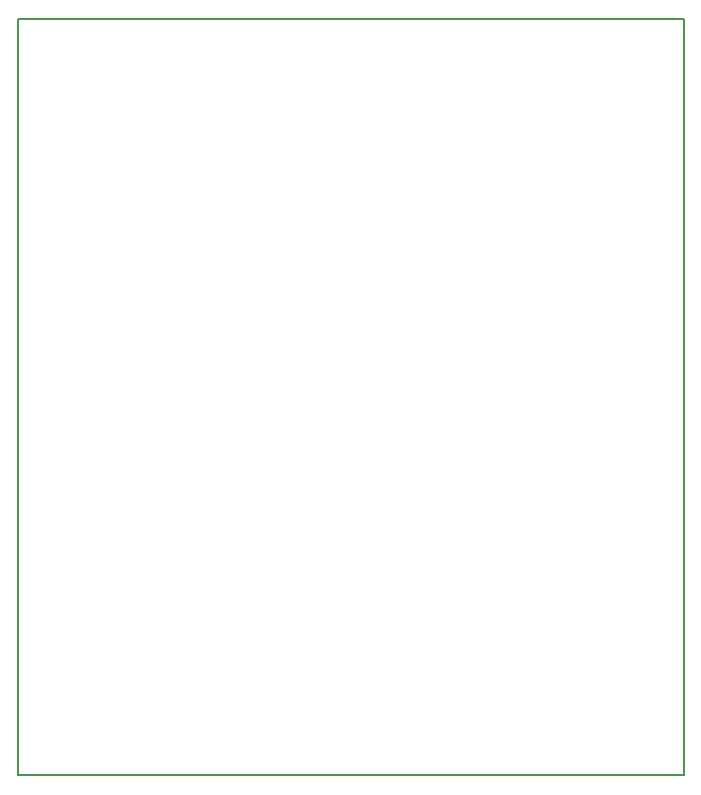
<source format=gbr>
G04 #@! TF.GenerationSoftware,KiCad,Pcbnew,(5.0.2)-1*
G04 #@! TF.CreationDate,2019-02-11T10:40:24+00:00*
G04 #@! TF.ProjectId,AircraftDataLogger,41697263-7261-4667-9444-6174614c6f67,rev?*
G04 #@! TF.SameCoordinates,Original*
G04 #@! TF.FileFunction,Profile,NP*
%FSLAX46Y46*%
G04 Gerber Fmt 4.6, Leading zero omitted, Abs format (unit mm)*
G04 Created by KiCad (PCBNEW (5.0.2)-1) date 11/02/2019 10:40:24*
%MOMM*%
%LPD*%
G01*
G04 APERTURE LIST*
%ADD10C,0.150000*%
G04 APERTURE END LIST*
D10*
X106400000Y-45000000D02*
X106400000Y-109000000D01*
X50000000Y-109000000D02*
X50000000Y-45000000D01*
X50000000Y-109000000D02*
X106400000Y-109000000D01*
X106400000Y-45000000D02*
X50000000Y-45000000D01*
M02*

</source>
